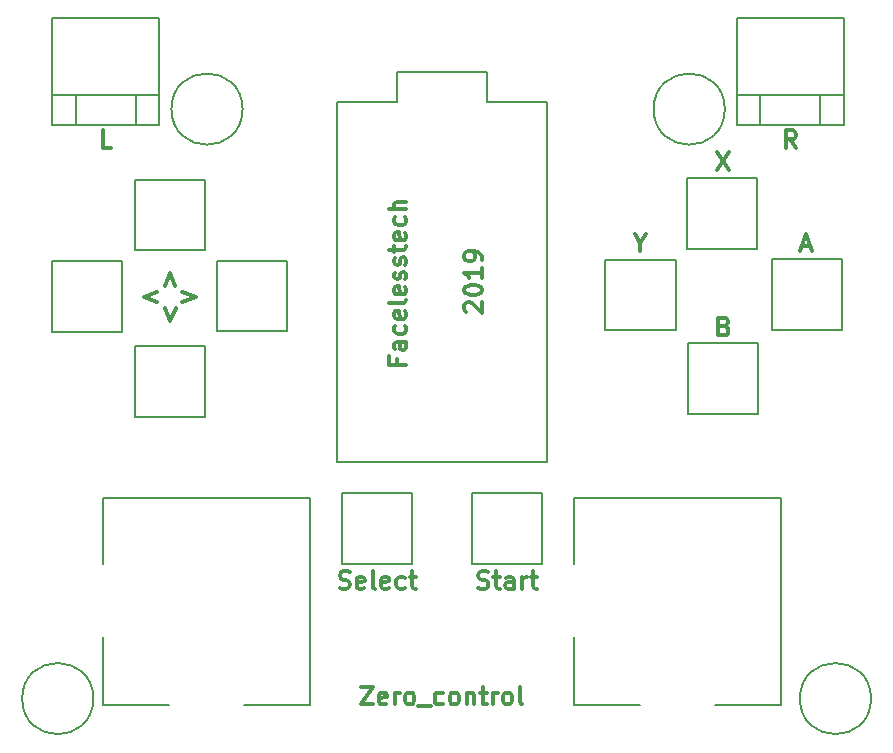
<source format=gbr>
G04 #@! TF.GenerationSoftware,KiCad,Pcbnew,5.0.2+dfsg1-1~bpo9+1*
G04 #@! TF.CreationDate,2019-05-16T11:20:28+01:00*
G04 #@! TF.ProjectId,arduino_controller_psp_stick,61726475-696e-46f5-9f63-6f6e74726f6c,rev?*
G04 #@! TF.SameCoordinates,Original*
G04 #@! TF.FileFunction,Legend,Top*
G04 #@! TF.FilePolarity,Positive*
%FSLAX46Y46*%
G04 Gerber Fmt 4.6, Leading zero omitted, Abs format (unit mm)*
G04 Created by KiCad (PCBNEW 5.0.2+dfsg1-1~bpo9+1) date Thu 16 May 2019 11:20:28 BST*
%MOMM*%
%LPD*%
G01*
G04 APERTURE LIST*
%ADD10C,0.300000*%
%ADD11C,0.150000*%
G04 APERTURE END LIST*
D10*
X122173928Y-83823928D02*
X121031071Y-83395357D01*
X122173928Y-82966785D01*
X139419071Y-116399571D02*
X140419071Y-116399571D01*
X139419071Y-117899571D01*
X140419071Y-117899571D01*
X141561928Y-117828142D02*
X141419071Y-117899571D01*
X141133357Y-117899571D01*
X140990500Y-117828142D01*
X140919071Y-117685285D01*
X140919071Y-117113857D01*
X140990500Y-116971000D01*
X141133357Y-116899571D01*
X141419071Y-116899571D01*
X141561928Y-116971000D01*
X141633357Y-117113857D01*
X141633357Y-117256714D01*
X140919071Y-117399571D01*
X142276214Y-117899571D02*
X142276214Y-116899571D01*
X142276214Y-117185285D02*
X142347642Y-117042428D01*
X142419071Y-116971000D01*
X142561928Y-116899571D01*
X142704785Y-116899571D01*
X143419071Y-117899571D02*
X143276214Y-117828142D01*
X143204785Y-117756714D01*
X143133357Y-117613857D01*
X143133357Y-117185285D01*
X143204785Y-117042428D01*
X143276214Y-116971000D01*
X143419071Y-116899571D01*
X143633357Y-116899571D01*
X143776214Y-116971000D01*
X143847642Y-117042428D01*
X143919071Y-117185285D01*
X143919071Y-117613857D01*
X143847642Y-117756714D01*
X143776214Y-117828142D01*
X143633357Y-117899571D01*
X143419071Y-117899571D01*
X144204785Y-118042428D02*
X145347642Y-118042428D01*
X146347642Y-117828142D02*
X146204785Y-117899571D01*
X145919071Y-117899571D01*
X145776214Y-117828142D01*
X145704785Y-117756714D01*
X145633357Y-117613857D01*
X145633357Y-117185285D01*
X145704785Y-117042428D01*
X145776214Y-116971000D01*
X145919071Y-116899571D01*
X146204785Y-116899571D01*
X146347642Y-116971000D01*
X147204785Y-117899571D02*
X147061928Y-117828142D01*
X146990500Y-117756714D01*
X146919071Y-117613857D01*
X146919071Y-117185285D01*
X146990500Y-117042428D01*
X147061928Y-116971000D01*
X147204785Y-116899571D01*
X147419071Y-116899571D01*
X147561928Y-116971000D01*
X147633357Y-117042428D01*
X147704785Y-117185285D01*
X147704785Y-117613857D01*
X147633357Y-117756714D01*
X147561928Y-117828142D01*
X147419071Y-117899571D01*
X147204785Y-117899571D01*
X148347642Y-116899571D02*
X148347642Y-117899571D01*
X148347642Y-117042428D02*
X148419071Y-116971000D01*
X148561928Y-116899571D01*
X148776214Y-116899571D01*
X148919071Y-116971000D01*
X148990500Y-117113857D01*
X148990500Y-117899571D01*
X149490500Y-116899571D02*
X150061928Y-116899571D01*
X149704785Y-116399571D02*
X149704785Y-117685285D01*
X149776214Y-117828142D01*
X149919071Y-117899571D01*
X150061928Y-117899571D01*
X150561928Y-117899571D02*
X150561928Y-116899571D01*
X150561928Y-117185285D02*
X150633357Y-117042428D01*
X150704785Y-116971000D01*
X150847642Y-116899571D01*
X150990500Y-116899571D01*
X151704785Y-117899571D02*
X151561928Y-117828142D01*
X151490500Y-117756714D01*
X151419071Y-117613857D01*
X151419071Y-117185285D01*
X151490500Y-117042428D01*
X151561928Y-116971000D01*
X151704785Y-116899571D01*
X151919071Y-116899571D01*
X152061928Y-116971000D01*
X152133357Y-117042428D01*
X152204785Y-117185285D01*
X152204785Y-117613857D01*
X152133357Y-117756714D01*
X152061928Y-117828142D01*
X151919071Y-117899571D01*
X151704785Y-117899571D01*
X153061928Y-117899571D02*
X152919071Y-117828142D01*
X152847642Y-117685285D01*
X152847642Y-116399571D01*
X148292428Y-84676928D02*
X148221000Y-84605500D01*
X148149571Y-84462642D01*
X148149571Y-84105500D01*
X148221000Y-83962642D01*
X148292428Y-83891214D01*
X148435285Y-83819785D01*
X148578142Y-83819785D01*
X148792428Y-83891214D01*
X149649571Y-84748357D01*
X149649571Y-83819785D01*
X148149571Y-82891214D02*
X148149571Y-82748357D01*
X148221000Y-82605500D01*
X148292428Y-82534071D01*
X148435285Y-82462642D01*
X148721000Y-82391214D01*
X149078142Y-82391214D01*
X149363857Y-82462642D01*
X149506714Y-82534071D01*
X149578142Y-82605500D01*
X149649571Y-82748357D01*
X149649571Y-82891214D01*
X149578142Y-83034071D01*
X149506714Y-83105500D01*
X149363857Y-83176928D01*
X149078142Y-83248357D01*
X148721000Y-83248357D01*
X148435285Y-83176928D01*
X148292428Y-83105500D01*
X148221000Y-83034071D01*
X148149571Y-82891214D01*
X149649571Y-80962642D02*
X149649571Y-81819785D01*
X149649571Y-81391214D02*
X148149571Y-81391214D01*
X148363857Y-81534071D01*
X148506714Y-81676928D01*
X148578142Y-81819785D01*
X149649571Y-80248357D02*
X149649571Y-79962642D01*
X149578142Y-79819785D01*
X149506714Y-79748357D01*
X149292428Y-79605500D01*
X149006714Y-79534071D01*
X148435285Y-79534071D01*
X148292428Y-79605500D01*
X148221000Y-79676928D01*
X148149571Y-79819785D01*
X148149571Y-80105500D01*
X148221000Y-80248357D01*
X148292428Y-80319785D01*
X148435285Y-80391214D01*
X148792428Y-80391214D01*
X148935285Y-80319785D01*
X149006714Y-80248357D01*
X149078142Y-80105500D01*
X149078142Y-79819785D01*
X149006714Y-79676928D01*
X148935285Y-79605500D01*
X148792428Y-79534071D01*
X142450357Y-88625357D02*
X142450357Y-89125357D01*
X143236071Y-89125357D02*
X141736071Y-89125357D01*
X141736071Y-88411071D01*
X143236071Y-87196785D02*
X142450357Y-87196785D01*
X142307500Y-87268214D01*
X142236071Y-87411071D01*
X142236071Y-87696785D01*
X142307500Y-87839642D01*
X143164642Y-87196785D02*
X143236071Y-87339642D01*
X143236071Y-87696785D01*
X143164642Y-87839642D01*
X143021785Y-87911071D01*
X142878928Y-87911071D01*
X142736071Y-87839642D01*
X142664642Y-87696785D01*
X142664642Y-87339642D01*
X142593214Y-87196785D01*
X143164642Y-85839642D02*
X143236071Y-85982500D01*
X143236071Y-86268214D01*
X143164642Y-86411071D01*
X143093214Y-86482500D01*
X142950357Y-86553928D01*
X142521785Y-86553928D01*
X142378928Y-86482500D01*
X142307500Y-86411071D01*
X142236071Y-86268214D01*
X142236071Y-85982500D01*
X142307500Y-85839642D01*
X143164642Y-84625357D02*
X143236071Y-84768214D01*
X143236071Y-85053928D01*
X143164642Y-85196785D01*
X143021785Y-85268214D01*
X142450357Y-85268214D01*
X142307500Y-85196785D01*
X142236071Y-85053928D01*
X142236071Y-84768214D01*
X142307500Y-84625357D01*
X142450357Y-84553928D01*
X142593214Y-84553928D01*
X142736071Y-85268214D01*
X143236071Y-83696785D02*
X143164642Y-83839642D01*
X143021785Y-83911071D01*
X141736071Y-83911071D01*
X143164642Y-82553928D02*
X143236071Y-82696785D01*
X143236071Y-82982500D01*
X143164642Y-83125357D01*
X143021785Y-83196785D01*
X142450357Y-83196785D01*
X142307500Y-83125357D01*
X142236071Y-82982500D01*
X142236071Y-82696785D01*
X142307500Y-82553928D01*
X142450357Y-82482500D01*
X142593214Y-82482500D01*
X142736071Y-83196785D01*
X143164642Y-81911071D02*
X143236071Y-81768214D01*
X143236071Y-81482500D01*
X143164642Y-81339642D01*
X143021785Y-81268214D01*
X142950357Y-81268214D01*
X142807500Y-81339642D01*
X142736071Y-81482500D01*
X142736071Y-81696785D01*
X142664642Y-81839642D01*
X142521785Y-81911071D01*
X142450357Y-81911071D01*
X142307500Y-81839642D01*
X142236071Y-81696785D01*
X142236071Y-81482500D01*
X142307500Y-81339642D01*
X143164642Y-80696785D02*
X143236071Y-80553928D01*
X143236071Y-80268214D01*
X143164642Y-80125357D01*
X143021785Y-80053928D01*
X142950357Y-80053928D01*
X142807500Y-80125357D01*
X142736071Y-80268214D01*
X142736071Y-80482500D01*
X142664642Y-80625357D01*
X142521785Y-80696785D01*
X142450357Y-80696785D01*
X142307500Y-80625357D01*
X142236071Y-80482500D01*
X142236071Y-80268214D01*
X142307500Y-80125357D01*
X142236071Y-79625357D02*
X142236071Y-79053928D01*
X141736071Y-79411071D02*
X143021785Y-79411071D01*
X143164642Y-79339642D01*
X143236071Y-79196785D01*
X143236071Y-79053928D01*
X143164642Y-77982500D02*
X143236071Y-78125357D01*
X143236071Y-78411071D01*
X143164642Y-78553928D01*
X143021785Y-78625357D01*
X142450357Y-78625357D01*
X142307500Y-78553928D01*
X142236071Y-78411071D01*
X142236071Y-78125357D01*
X142307500Y-77982500D01*
X142450357Y-77911071D01*
X142593214Y-77911071D01*
X142736071Y-78625357D01*
X143164642Y-76625357D02*
X143236071Y-76768214D01*
X143236071Y-77053928D01*
X143164642Y-77196785D01*
X143093214Y-77268214D01*
X142950357Y-77339642D01*
X142521785Y-77339642D01*
X142378928Y-77268214D01*
X142307500Y-77196785D01*
X142236071Y-77053928D01*
X142236071Y-76768214D01*
X142307500Y-76625357D01*
X143236071Y-75982500D02*
X141736071Y-75982500D01*
X143236071Y-75339642D02*
X142450357Y-75339642D01*
X142307500Y-75411071D01*
X142236071Y-75553928D01*
X142236071Y-75768214D01*
X142307500Y-75911071D01*
X142378928Y-75982500D01*
X118256785Y-70782571D02*
X117542500Y-70782571D01*
X117542500Y-69282571D01*
X137600928Y-108049142D02*
X137815214Y-108120571D01*
X138172357Y-108120571D01*
X138315214Y-108049142D01*
X138386642Y-107977714D01*
X138458071Y-107834857D01*
X138458071Y-107692000D01*
X138386642Y-107549142D01*
X138315214Y-107477714D01*
X138172357Y-107406285D01*
X137886642Y-107334857D01*
X137743785Y-107263428D01*
X137672357Y-107192000D01*
X137600928Y-107049142D01*
X137600928Y-106906285D01*
X137672357Y-106763428D01*
X137743785Y-106692000D01*
X137886642Y-106620571D01*
X138243785Y-106620571D01*
X138458071Y-106692000D01*
X139672357Y-108049142D02*
X139529500Y-108120571D01*
X139243785Y-108120571D01*
X139100928Y-108049142D01*
X139029500Y-107906285D01*
X139029500Y-107334857D01*
X139100928Y-107192000D01*
X139243785Y-107120571D01*
X139529500Y-107120571D01*
X139672357Y-107192000D01*
X139743785Y-107334857D01*
X139743785Y-107477714D01*
X139029500Y-107620571D01*
X140600928Y-108120571D02*
X140458071Y-108049142D01*
X140386642Y-107906285D01*
X140386642Y-106620571D01*
X141743785Y-108049142D02*
X141600928Y-108120571D01*
X141315214Y-108120571D01*
X141172357Y-108049142D01*
X141100928Y-107906285D01*
X141100928Y-107334857D01*
X141172357Y-107192000D01*
X141315214Y-107120571D01*
X141600928Y-107120571D01*
X141743785Y-107192000D01*
X141815214Y-107334857D01*
X141815214Y-107477714D01*
X141100928Y-107620571D01*
X143100928Y-108049142D02*
X142958071Y-108120571D01*
X142672357Y-108120571D01*
X142529500Y-108049142D01*
X142458071Y-107977714D01*
X142386642Y-107834857D01*
X142386642Y-107406285D01*
X142458071Y-107263428D01*
X142529500Y-107192000D01*
X142672357Y-107120571D01*
X142958071Y-107120571D01*
X143100928Y-107192000D01*
X143529500Y-107120571D02*
X144100928Y-107120571D01*
X143743785Y-106620571D02*
X143743785Y-107906285D01*
X143815214Y-108049142D01*
X143958071Y-108120571D01*
X144100928Y-108120571D01*
X123701928Y-84328071D02*
X123273357Y-85470928D01*
X122844785Y-84328071D01*
X124269571Y-82990571D02*
X125412428Y-83419142D01*
X124269571Y-83847714D01*
X122805071Y-82486428D02*
X123233642Y-81343571D01*
X123662214Y-82486428D01*
X176232285Y-70782571D02*
X175732285Y-70068285D01*
X175375142Y-70782571D02*
X175375142Y-69282571D01*
X175946571Y-69282571D01*
X176089428Y-69354000D01*
X176160857Y-69425428D01*
X176232285Y-69568285D01*
X176232285Y-69782571D01*
X176160857Y-69925428D01*
X176089428Y-69996857D01*
X175946571Y-70068285D01*
X175375142Y-70068285D01*
X149336428Y-108049142D02*
X149550714Y-108120571D01*
X149907857Y-108120571D01*
X150050714Y-108049142D01*
X150122142Y-107977714D01*
X150193571Y-107834857D01*
X150193571Y-107692000D01*
X150122142Y-107549142D01*
X150050714Y-107477714D01*
X149907857Y-107406285D01*
X149622142Y-107334857D01*
X149479285Y-107263428D01*
X149407857Y-107192000D01*
X149336428Y-107049142D01*
X149336428Y-106906285D01*
X149407857Y-106763428D01*
X149479285Y-106692000D01*
X149622142Y-106620571D01*
X149979285Y-106620571D01*
X150193571Y-106692000D01*
X150622142Y-107120571D02*
X151193571Y-107120571D01*
X150836428Y-106620571D02*
X150836428Y-107906285D01*
X150907857Y-108049142D01*
X151050714Y-108120571D01*
X151193571Y-108120571D01*
X152336428Y-108120571D02*
X152336428Y-107334857D01*
X152265000Y-107192000D01*
X152122142Y-107120571D01*
X151836428Y-107120571D01*
X151693571Y-107192000D01*
X152336428Y-108049142D02*
X152193571Y-108120571D01*
X151836428Y-108120571D01*
X151693571Y-108049142D01*
X151622142Y-107906285D01*
X151622142Y-107763428D01*
X151693571Y-107620571D01*
X151836428Y-107549142D01*
X152193571Y-107549142D01*
X152336428Y-107477714D01*
X153050714Y-108120571D02*
X153050714Y-107120571D01*
X153050714Y-107406285D02*
X153122142Y-107263428D01*
X153193571Y-107192000D01*
X153336428Y-107120571D01*
X153479285Y-107120571D01*
X153765000Y-107120571D02*
X154336428Y-107120571D01*
X153979285Y-106620571D02*
X153979285Y-107906285D01*
X154050714Y-108049142D01*
X154193571Y-108120571D01*
X154336428Y-108120571D01*
X163068000Y-78831285D02*
X163068000Y-79545571D01*
X162568000Y-78045571D02*
X163068000Y-78831285D01*
X163568000Y-78045571D01*
X169553000Y-71124071D02*
X170553000Y-72624071D01*
X170553000Y-71124071D02*
X169553000Y-72624071D01*
X170160142Y-85871857D02*
X170374428Y-85943285D01*
X170445857Y-86014714D01*
X170517285Y-86157571D01*
X170517285Y-86371857D01*
X170445857Y-86514714D01*
X170374428Y-86586142D01*
X170231571Y-86657571D01*
X169660142Y-86657571D01*
X169660142Y-85157571D01*
X170160142Y-85157571D01*
X170303000Y-85229000D01*
X170374428Y-85300428D01*
X170445857Y-85443285D01*
X170445857Y-85586142D01*
X170374428Y-85729000D01*
X170303000Y-85800428D01*
X170160142Y-85871857D01*
X169660142Y-85871857D01*
X176744357Y-79117000D02*
X177458642Y-79117000D01*
X176601500Y-79545571D02*
X177101500Y-78045571D01*
X177601500Y-79545571D01*
D11*
G04 #@! TO.C,U7*
X157416500Y-100393500D02*
X174942500Y-100393500D01*
X174942500Y-100393500D02*
X174942500Y-117919500D01*
X174942500Y-117919500D02*
X169354500Y-117919500D01*
X163004500Y-117919500D02*
X157416500Y-117919500D01*
X157416500Y-117919500D02*
X157416500Y-112204500D01*
X157416500Y-105981500D02*
X157416500Y-100393500D01*
G04 #@! TO.C,U1*
X137388500Y-97391500D02*
X155168500Y-97391500D01*
X155168500Y-97391500D02*
X155168500Y-66911500D01*
X155168500Y-66911500D02*
X150088500Y-66911500D01*
X150088500Y-66911500D02*
X150088500Y-64371500D01*
X150088500Y-64371500D02*
X142468500Y-64371500D01*
X142468500Y-64371500D02*
X142468500Y-66911500D01*
X142468500Y-66911500D02*
X137388500Y-66911500D01*
X137388500Y-66911500D02*
X137388500Y-97391500D01*
G04 #@! TO.C,SW9*
X180149500Y-86169500D02*
X174180500Y-86169500D01*
X174180500Y-86169500D02*
X174180500Y-80200500D01*
X174180500Y-80200500D02*
X180149500Y-80200500D01*
X180149500Y-80200500D02*
X180149500Y-86169500D01*
G04 #@! TO.C,SW1*
X166052500Y-80264000D02*
X166052500Y-86233000D01*
X160083500Y-80264000D02*
X166052500Y-80264000D01*
X160083500Y-86233000D02*
X160083500Y-80264000D01*
X166052500Y-86233000D02*
X160083500Y-86233000D01*
G04 #@! TO.C,SW2*
X172974000Y-79311500D02*
X167005000Y-79311500D01*
X167005000Y-79311500D02*
X167005000Y-73342500D01*
X167005000Y-73342500D02*
X172974000Y-73342500D01*
X172974000Y-73342500D02*
X172974000Y-79311500D01*
G04 #@! TO.C,SW3*
X167068500Y-87312500D02*
X173037500Y-87312500D01*
X173037500Y-87312500D02*
X173037500Y-93281500D01*
X173037500Y-93281500D02*
X167068500Y-93281500D01*
X167068500Y-93281500D02*
X167068500Y-87312500D01*
G04 #@! TO.C,SW4*
X137795000Y-100012500D02*
X143764000Y-100012500D01*
X143764000Y-100012500D02*
X143764000Y-105981500D01*
X143764000Y-105981500D02*
X137795000Y-105981500D01*
X137795000Y-105981500D02*
X137795000Y-100012500D01*
G04 #@! TO.C,SW5*
X154749500Y-100012500D02*
X154749500Y-105981500D01*
X148780500Y-100012500D02*
X154749500Y-100012500D01*
X148780500Y-105981500D02*
X148780500Y-100012500D01*
X154749500Y-105981500D02*
X148780500Y-105981500D01*
G04 #@! TO.C,SW6*
X120269000Y-73469500D02*
X126238000Y-73469500D01*
X126238000Y-73469500D02*
X126238000Y-79438500D01*
X126238000Y-79438500D02*
X120269000Y-79438500D01*
X120269000Y-79438500D02*
X120269000Y-73469500D01*
G04 #@! TO.C,SW7*
X120269000Y-93535500D02*
X120269000Y-87566500D01*
X126238000Y-93535500D02*
X120269000Y-93535500D01*
X126238000Y-87566500D02*
X126238000Y-93535500D01*
X120269000Y-87566500D02*
X126238000Y-87566500D01*
G04 #@! TO.C,SW8*
X127190500Y-80327500D02*
X133159500Y-80327500D01*
X133159500Y-80327500D02*
X133159500Y-86296500D01*
X133159500Y-86296500D02*
X127190500Y-86296500D01*
X127190500Y-86296500D02*
X127190500Y-80327500D01*
G04 #@! TO.C,SW10*
X113220500Y-86360000D02*
X113220500Y-80391000D01*
X119189500Y-86360000D02*
X113220500Y-86360000D01*
X119189500Y-80391000D02*
X119189500Y-86360000D01*
X113220500Y-80391000D02*
X119189500Y-80391000D01*
G04 #@! TO.C,U6*
X117602000Y-105981500D02*
X117602000Y-100393500D01*
X117602000Y-117919500D02*
X117602000Y-112204500D01*
X123190000Y-117919500D02*
X117602000Y-117919500D01*
X135128000Y-117919500D02*
X129540000Y-117919500D01*
X135128000Y-100393500D02*
X135128000Y-117919500D01*
X117602000Y-100393500D02*
X135128000Y-100393500D01*
G04 #@! TO.C,U3*
X116740569Y-117411500D02*
G75*
G03X116740569Y-117411500I-3012069J0D01*
G01*
G04 #@! TO.C,U5*
X182590069Y-117411500D02*
G75*
G03X182590069Y-117411500I-3012069J0D01*
G01*
G04 #@! TO.C,U4*
X170207569Y-67500500D02*
G75*
G03X170207569Y-67500500I-3012069J0D01*
G01*
G04 #@! TO.C,U2*
X129377069Y-67500500D02*
G75*
G03X129377069Y-67500500I-3012069J0D01*
G01*
G04 #@! TO.C,SW11*
X115252500Y-66294000D02*
X115252500Y-68834000D01*
X115252500Y-67564000D02*
X115252500Y-66294000D01*
X120332500Y-67564000D02*
X120332500Y-66294000D01*
X120332500Y-67564000D02*
X120332500Y-68834000D01*
X117792500Y-66294000D02*
X122301000Y-66294000D01*
X117792500Y-66294000D02*
X113284000Y-66294000D01*
X113284000Y-68834000D02*
X117792500Y-68834000D01*
X113284000Y-59817000D02*
X113284000Y-68834000D01*
X122301000Y-59817000D02*
X113284000Y-59817000D01*
X122301000Y-68834000D02*
X122301000Y-59817000D01*
X117792500Y-68834000D02*
X122301000Y-68834000D01*
G04 #@! TO.C,SW12*
X175768000Y-68834000D02*
X180276500Y-68834000D01*
X180276500Y-68834000D02*
X180276500Y-59817000D01*
X180276500Y-59817000D02*
X171259500Y-59817000D01*
X171259500Y-59817000D02*
X171259500Y-68834000D01*
X171259500Y-68834000D02*
X175768000Y-68834000D01*
X175768000Y-66294000D02*
X171259500Y-66294000D01*
X175768000Y-66294000D02*
X180276500Y-66294000D01*
X178308000Y-67564000D02*
X178308000Y-68834000D01*
X178308000Y-67564000D02*
X178308000Y-66294000D01*
X173228000Y-67564000D02*
X173228000Y-66294000D01*
X173228000Y-66294000D02*
X173228000Y-68834000D01*
G04 #@! TD*
M02*

</source>
